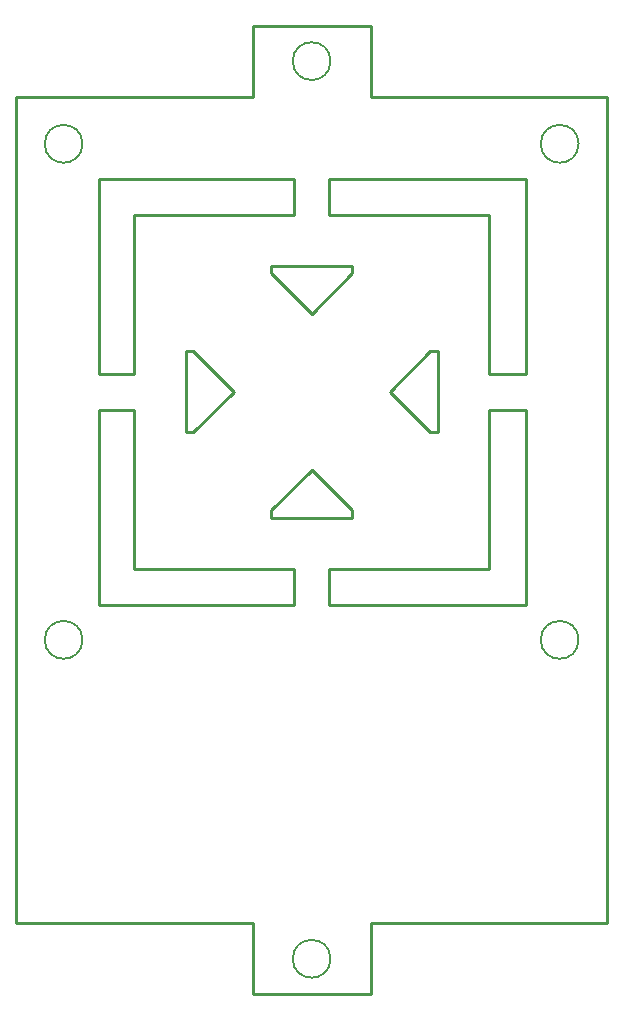
<source format=gko>
G04*
G04 #@! TF.GenerationSoftware,Altium Limited,Altium Designer,22.9.1 (49)*
G04*
G04 Layer_Color=16711935*
%FSLAX24Y24*%
%MOIN*%
G70*
G04*
G04 #@! TF.SameCoordinates,552243BB-0F40-405C-A021-40A65FA5EEAB*
G04*
G04*
G04 #@! TF.FilePolarity,Positive*
G04*
G01*
G75*
%ADD13C,0.0059*%
%ADD71C,0.0100*%
D13*
X630Y-18898D02*
G03*
X630Y-18898I-630J0D01*
G01*
Y11024D02*
G03*
X630Y11024I-630J0D01*
G01*
X8898Y-8268D02*
G03*
X8898Y-8268I-630J0D01*
G01*
X-7638D02*
G03*
X-7638Y-8268I-630J0D01*
G01*
Y8268D02*
G03*
X-7638Y8268I-630J0D01*
G01*
X8898D02*
G03*
X8898Y8268I-630J0D01*
G01*
D71*
X1969Y9843D02*
X9843D01*
X-9843D02*
X-1969D01*
X1969D02*
Y12205D01*
X-1969Y9843D02*
Y12205D01*
X1969D01*
Y-17717D02*
X9843D01*
X-9843D02*
X-1969D01*
Y-20079D02*
X1969D01*
Y-17717D01*
X-1969Y-20079D02*
Y-17717D01*
X5906Y-591D02*
X7150D01*
Y-7100D02*
Y-591D01*
X591Y-7100D02*
X7150Y-7100D01*
X591D02*
Y-5906D01*
X-591Y-7100D02*
Y-5906D01*
X-7100Y-7100D02*
X-591D01*
X-7100D02*
Y-591D01*
X-5906D01*
X-7100Y591D02*
X-5906D01*
X-7100D02*
Y7100D01*
X-591D01*
Y5906D02*
Y7100D01*
X591Y5906D02*
Y7100D01*
Y7100D02*
X7150Y7100D01*
Y591D02*
Y7100D01*
X5906Y591D02*
X7150D01*
X-5906Y-5906D02*
Y-591D01*
Y-5906D02*
X-591D01*
X-5906Y5906D02*
X-591D01*
X-5906Y591D02*
Y5906D01*
X5906Y591D02*
Y5906D01*
X591D02*
X5906D01*
Y-5906D02*
Y-591D01*
X591Y-5906D02*
X5906D01*
X-3950Y-1350D02*
X-2600Y0D01*
X-4200Y-1350D02*
X-3950D01*
Y1350D02*
X-2600Y0D01*
X-4200Y-1350D02*
Y1350D01*
X-3950D01*
X-1350Y3950D02*
X0Y2600D01*
X-1350Y3950D02*
Y4200D01*
X0Y2600D02*
X1350Y3950D01*
X-1350Y4200D02*
X1350D01*
Y3950D02*
Y4200D01*
X2600Y0D02*
X3950Y1350D01*
X4200D01*
X2600Y0D02*
X3950Y-1350D01*
X4200D02*
Y1350D01*
X3950Y-1350D02*
X4200D01*
X-1350Y-4200D02*
Y-3950D01*
Y-4200D02*
X1350D01*
X-1350Y-3950D02*
X0Y-2600D01*
X1350Y-4200D02*
Y-3950D01*
X0Y-2600D02*
X1350Y-3950D01*
X9843Y-17717D02*
X9843Y9843D01*
X-9843Y-17717D02*
X-9843Y9843D01*
M02*

</source>
